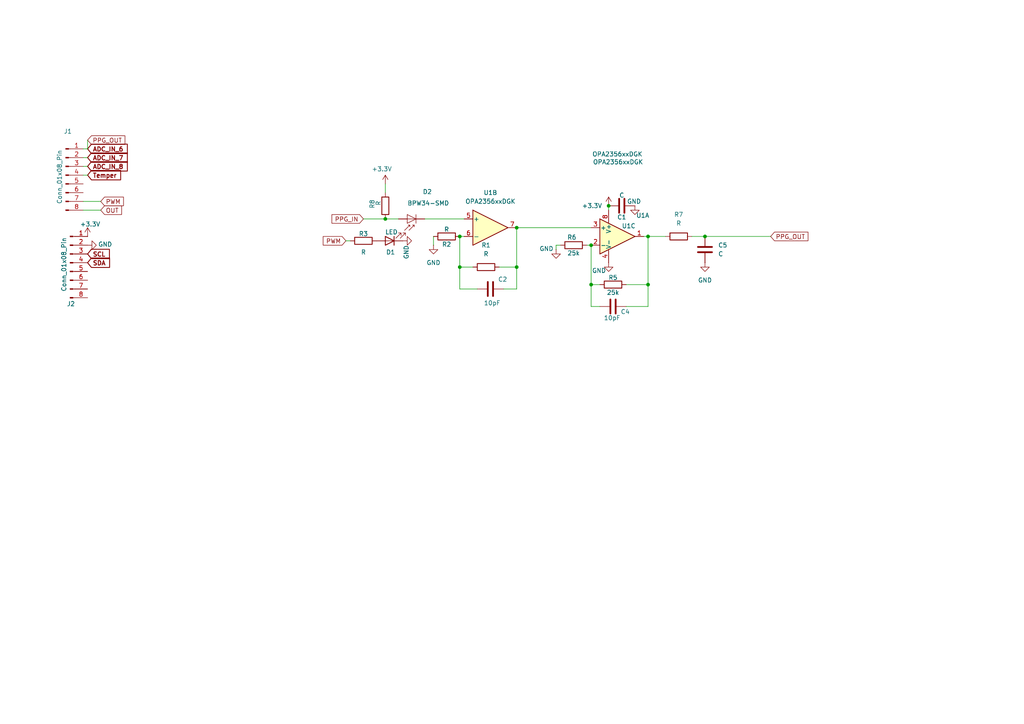
<source format=kicad_sch>
(kicad_sch
	(version 20231120)
	(generator "eeschema")
	(generator_version "8.0")
	(uuid "9186dc90-1c3d-478f-bfee-72dfc2ce1922")
	(paper "A4")
	(lib_symbols
		(symbol "Amplifier_Operational:OPA2356xxDGK"
			(pin_names
				(offset 0.127)
			)
			(exclude_from_sim no)
			(in_bom yes)
			(on_board yes)
			(property "Reference" "U"
				(at 0 5.08 0)
				(effects
					(font
						(size 1.27 1.27)
					)
					(justify left)
				)
			)
			(property "Value" "OPA2356xxDGK"
				(at 0 -5.08 0)
				(effects
					(font
						(size 1.27 1.27)
					)
					(justify left)
				)
			)
			(property "Footprint" ""
				(at 0 0 0)
				(effects
					(font
						(size 1.27 1.27)
					)
					(hide yes)
				)
			)
			(property "Datasheet" "http://www.ti.com/lit/ds/symlink/opa2356.pdf"
				(at 0 0 0)
				(effects
					(font
						(size 1.27 1.27)
					)
					(hide yes)
				)
			)
			(property "Description" "Dual High Speed CMOS Operational Amplifiers, VSSOP-8"
				(at 0 0 0)
				(effects
					(font
						(size 1.27 1.27)
					)
					(hide yes)
				)
			)
			(property "ki_locked" ""
				(at 0 0 0)
				(effects
					(font
						(size 1.27 1.27)
					)
				)
			)
			(property "ki_keywords" "dual opamp"
				(at 0 0 0)
				(effects
					(font
						(size 1.27 1.27)
					)
					(hide yes)
				)
			)
			(property "ki_fp_filters" "SOIC*3.9x4.9mm*P1.27mm* DIP*W7.62mm* TO*99* OnSemi*Micro8* TSSOP*3x3mm*P0.65mm* TSSOP*4.4x3mm*P0.65mm* MSOP*3x3mm*P0.65mm* SSOP*3.9x4.9mm*P0.635mm* LFCSP*2x2mm*P0.5mm* *SIP* SOIC*5.3x6.2mm*P1.27mm*"
				(at 0 0 0)
				(effects
					(font
						(size 1.27 1.27)
					)
					(hide yes)
				)
			)
			(symbol "OPA2356xxDGK_1_1"
				(polyline
					(pts
						(xy -5.08 5.08) (xy 5.08 0) (xy -5.08 -5.08) (xy -5.08 5.08)
					)
					(stroke
						(width 0.254)
						(type default)
					)
					(fill
						(type background)
					)
				)
				(pin output line
					(at 7.62 0 180)
					(length 2.54)
					(name "~"
						(effects
							(font
								(size 1.27 1.27)
							)
						)
					)
					(number "1"
						(effects
							(font
								(size 1.27 1.27)
							)
						)
					)
				)
				(pin input line
					(at -7.62 -2.54 0)
					(length 2.54)
					(name "-"
						(effects
							(font
								(size 1.27 1.27)
							)
						)
					)
					(number "2"
						(effects
							(font
								(size 1.27 1.27)
							)
						)
					)
				)
				(pin input line
					(at -7.62 2.54 0)
					(length 2.54)
					(name "+"
						(effects
							(font
								(size 1.27 1.27)
							)
						)
					)
					(number "3"
						(effects
							(font
								(size 1.27 1.27)
							)
						)
					)
				)
			)
			(symbol "OPA2356xxDGK_2_1"
				(polyline
					(pts
						(xy -5.08 5.08) (xy 5.08 0) (xy -5.08 -5.08) (xy -5.08 5.08)
					)
					(stroke
						(width 0.254)
						(type default)
					)
					(fill
						(type background)
					)
				)
				(pin input line
					(at -7.62 2.54 0)
					(length 2.54)
					(name "+"
						(effects
							(font
								(size 1.27 1.27)
							)
						)
					)
					(number "5"
						(effects
							(font
								(size 1.27 1.27)
							)
						)
					)
				)
				(pin input line
					(at -7.62 -2.54 0)
					(length 2.54)
					(name "-"
						(effects
							(font
								(size 1.27 1.27)
							)
						)
					)
					(number "6"
						(effects
							(font
								(size 1.27 1.27)
							)
						)
					)
				)
				(pin output line
					(at 7.62 0 180)
					(length 2.54)
					(name "~"
						(effects
							(font
								(size 1.27 1.27)
							)
						)
					)
					(number "7"
						(effects
							(font
								(size 1.27 1.27)
							)
						)
					)
				)
			)
			(symbol "OPA2356xxDGK_3_1"
				(pin power_in line
					(at -2.54 -7.62 90)
					(length 3.81)
					(name "V-"
						(effects
							(font
								(size 1.27 1.27)
							)
						)
					)
					(number "4"
						(effects
							(font
								(size 1.27 1.27)
							)
						)
					)
				)
				(pin power_in line
					(at -2.54 7.62 270)
					(length 3.81)
					(name "V+"
						(effects
							(font
								(size 1.27 1.27)
							)
						)
					)
					(number "8"
						(effects
							(font
								(size 1.27 1.27)
							)
						)
					)
				)
			)
		)
		(symbol "Connector:Conn_01x08_Pin"
			(pin_names
				(offset 1.016) hide)
			(exclude_from_sim no)
			(in_bom yes)
			(on_board yes)
			(property "Reference" "J"
				(at 0 10.16 0)
				(effects
					(font
						(size 1.27 1.27)
					)
				)
			)
			(property "Value" "Conn_01x08_Pin"
				(at 0 -12.7 0)
				(effects
					(font
						(size 1.27 1.27)
					)
				)
			)
			(property "Footprint" ""
				(at 0 0 0)
				(effects
					(font
						(size 1.27 1.27)
					)
					(hide yes)
				)
			)
			(property "Datasheet" "~"
				(at 0 0 0)
				(effects
					(font
						(size 1.27 1.27)
					)
					(hide yes)
				)
			)
			(property "Description" "Generic connector, single row, 01x08, script generated"
				(at 0 0 0)
				(effects
					(font
						(size 1.27 1.27)
					)
					(hide yes)
				)
			)
			(property "ki_locked" ""
				(at 0 0 0)
				(effects
					(font
						(size 1.27 1.27)
					)
				)
			)
			(property "ki_keywords" "connector"
				(at 0 0 0)
				(effects
					(font
						(size 1.27 1.27)
					)
					(hide yes)
				)
			)
			(property "ki_fp_filters" "Connector*:*_1x??_*"
				(at 0 0 0)
				(effects
					(font
						(size 1.27 1.27)
					)
					(hide yes)
				)
			)
			(symbol "Conn_01x08_Pin_1_1"
				(polyline
					(pts
						(xy 1.27 -10.16) (xy 0.8636 -10.16)
					)
					(stroke
						(width 0.1524)
						(type default)
					)
					(fill
						(type none)
					)
				)
				(polyline
					(pts
						(xy 1.27 -7.62) (xy 0.8636 -7.62)
					)
					(stroke
						(width 0.1524)
						(type default)
					)
					(fill
						(type none)
					)
				)
				(polyline
					(pts
						(xy 1.27 -5.08) (xy 0.8636 -5.08)
					)
					(stroke
						(width 0.1524)
						(type default)
					)
					(fill
						(type none)
					)
				)
				(polyline
					(pts
						(xy 1.27 -2.54) (xy 0.8636 -2.54)
					)
					(stroke
						(width 0.1524)
						(type default)
					)
					(fill
						(type none)
					)
				)
				(polyline
					(pts
						(xy 1.27 0) (xy 0.8636 0)
					)
					(stroke
						(width 0.1524)
						(type default)
					)
					(fill
						(type none)
					)
				)
				(polyline
					(pts
						(xy 1.27 2.54) (xy 0.8636 2.54)
					)
					(stroke
						(width 0.1524)
						(type default)
					)
					(fill
						(type none)
					)
				)
				(polyline
					(pts
						(xy 1.27 5.08) (xy 0.8636 5.08)
					)
					(stroke
						(width 0.1524)
						(type default)
					)
					(fill
						(type none)
					)
				)
				(polyline
					(pts
						(xy 1.27 7.62) (xy 0.8636 7.62)
					)
					(stroke
						(width 0.1524)
						(type default)
					)
					(fill
						(type none)
					)
				)
				(rectangle
					(start 0.8636 -10.033)
					(end 0 -10.287)
					(stroke
						(width 0.1524)
						(type default)
					)
					(fill
						(type outline)
					)
				)
				(rectangle
					(start 0.8636 -7.493)
					(end 0 -7.747)
					(stroke
						(width 0.1524)
						(type default)
					)
					(fill
						(type outline)
					)
				)
				(rectangle
					(start 0.8636 -4.953)
					(end 0 -5.207)
					(stroke
						(width 0.1524)
						(type default)
					)
					(fill
						(type outline)
					)
				)
				(rectangle
					(start 0.8636 -2.413)
					(end 0 -2.667)
					(stroke
						(width 0.1524)
						(type default)
					)
					(fill
						(type outline)
					)
				)
				(rectangle
					(start 0.8636 0.127)
					(end 0 -0.127)
					(stroke
						(width 0.1524)
						(type default)
					)
					(fill
						(type outline)
					)
				)
				(rectangle
					(start 0.8636 2.667)
					(end 0 2.413)
					(stroke
						(width 0.1524)
						(type default)
					)
					(fill
						(type outline)
					)
				)
				(rectangle
					(start 0.8636 5.207)
					(end 0 4.953)
					(stroke
						(width 0.1524)
						(type default)
					)
					(fill
						(type outline)
					)
				)
				(rectangle
					(start 0.8636 7.747)
					(end 0 7.493)
					(stroke
						(width 0.1524)
						(type default)
					)
					(fill
						(type outline)
					)
				)
				(pin passive line
					(at 5.08 7.62 180)
					(length 3.81)
					(name "Pin_1"
						(effects
							(font
								(size 1.27 1.27)
							)
						)
					)
					(number "1"
						(effects
							(font
								(size 1.27 1.27)
							)
						)
					)
				)
				(pin passive line
					(at 5.08 5.08 180)
					(length 3.81)
					(name "Pin_2"
						(effects
							(font
								(size 1.27 1.27)
							)
						)
					)
					(number "2"
						(effects
							(font
								(size 1.27 1.27)
							)
						)
					)
				)
				(pin passive line
					(at 5.08 2.54 180)
					(length 3.81)
					(name "Pin_3"
						(effects
							(font
								(size 1.27 1.27)
							)
						)
					)
					(number "3"
						(effects
							(font
								(size 1.27 1.27)
							)
						)
					)
				)
				(pin passive line
					(at 5.08 0 180)
					(length 3.81)
					(name "Pin_4"
						(effects
							(font
								(size 1.27 1.27)
							)
						)
					)
					(number "4"
						(effects
							(font
								(size 1.27 1.27)
							)
						)
					)
				)
				(pin passive line
					(at 5.08 -2.54 180)
					(length 3.81)
					(name "Pin_5"
						(effects
							(font
								(size 1.27 1.27)
							)
						)
					)
					(number "5"
						(effects
							(font
								(size 1.27 1.27)
							)
						)
					)
				)
				(pin passive line
					(at 5.08 -5.08 180)
					(length 3.81)
					(name "Pin_6"
						(effects
							(font
								(size 1.27 1.27)
							)
						)
					)
					(number "6"
						(effects
							(font
								(size 1.27 1.27)
							)
						)
					)
				)
				(pin passive line
					(at 5.08 -7.62 180)
					(length 3.81)
					(name "Pin_7"
						(effects
							(font
								(size 1.27 1.27)
							)
						)
					)
					(number "7"
						(effects
							(font
								(size 1.27 1.27)
							)
						)
					)
				)
				(pin passive line
					(at 5.08 -10.16 180)
					(length 3.81)
					(name "Pin_8"
						(effects
							(font
								(size 1.27 1.27)
							)
						)
					)
					(number "8"
						(effects
							(font
								(size 1.27 1.27)
							)
						)
					)
				)
			)
		)
		(symbol "Device:C"
			(pin_numbers hide)
			(pin_names
				(offset 0.254)
			)
			(exclude_from_sim no)
			(in_bom yes)
			(on_board yes)
			(property "Reference" "C"
				(at 0.635 2.54 0)
				(effects
					(font
						(size 1.27 1.27)
					)
					(justify left)
				)
			)
			(property "Value" "C"
				(at 0.635 -2.54 0)
				(effects
					(font
						(size 1.27 1.27)
					)
					(justify left)
				)
			)
			(property "Footprint" ""
				(at 0.9652 -3.81 0)
				(effects
					(font
						(size 1.27 1.27)
					)
					(hide yes)
				)
			)
			(property "Datasheet" "~"
				(at 0 0 0)
				(effects
					(font
						(size 1.27 1.27)
					)
					(hide yes)
				)
			)
			(property "Description" "Unpolarized capacitor"
				(at 0 0 0)
				(effects
					(font
						(size 1.27 1.27)
					)
					(hide yes)
				)
			)
			(property "ki_keywords" "cap capacitor"
				(at 0 0 0)
				(effects
					(font
						(size 1.27 1.27)
					)
					(hide yes)
				)
			)
			(property "ki_fp_filters" "C_*"
				(at 0 0 0)
				(effects
					(font
						(size 1.27 1.27)
					)
					(hide yes)
				)
			)
			(symbol "C_0_1"
				(polyline
					(pts
						(xy -2.032 -0.762) (xy 2.032 -0.762)
					)
					(stroke
						(width 0.508)
						(type default)
					)
					(fill
						(type none)
					)
				)
				(polyline
					(pts
						(xy -2.032 0.762) (xy 2.032 0.762)
					)
					(stroke
						(width 0.508)
						(type default)
					)
					(fill
						(type none)
					)
				)
			)
			(symbol "C_1_1"
				(pin passive line
					(at 0 3.81 270)
					(length 2.794)
					(name "~"
						(effects
							(font
								(size 1.27 1.27)
							)
						)
					)
					(number "1"
						(effects
							(font
								(size 1.27 1.27)
							)
						)
					)
				)
				(pin passive line
					(at 0 -3.81 90)
					(length 2.794)
					(name "~"
						(effects
							(font
								(size 1.27 1.27)
							)
						)
					)
					(number "2"
						(effects
							(font
								(size 1.27 1.27)
							)
						)
					)
				)
			)
		)
		(symbol "Device:LED"
			(pin_numbers hide)
			(pin_names
				(offset 1.016) hide)
			(exclude_from_sim no)
			(in_bom yes)
			(on_board yes)
			(property "Reference" "D"
				(at 0 2.54 0)
				(effects
					(font
						(size 1.27 1.27)
					)
				)
			)
			(property "Value" "LED"
				(at 0 -2.54 0)
				(effects
					(font
						(size 1.27 1.27)
					)
				)
			)
			(property "Footprint" ""
				(at 0 0 0)
				(effects
					(font
						(size 1.27 1.27)
					)
					(hide yes)
				)
			)
			(property "Datasheet" "~"
				(at 0 0 0)
				(effects
					(font
						(size 1.27 1.27)
					)
					(hide yes)
				)
			)
			(property "Description" "Light emitting diode"
				(at 0 0 0)
				(effects
					(font
						(size 1.27 1.27)
					)
					(hide yes)
				)
			)
			(property "ki_keywords" "LED diode"
				(at 0 0 0)
				(effects
					(font
						(size 1.27 1.27)
					)
					(hide yes)
				)
			)
			(property "ki_fp_filters" "LED* LED_SMD:* LED_THT:*"
				(at 0 0 0)
				(effects
					(font
						(size 1.27 1.27)
					)
					(hide yes)
				)
			)
			(symbol "LED_0_1"
				(polyline
					(pts
						(xy -1.27 -1.27) (xy -1.27 1.27)
					)
					(stroke
						(width 0.254)
						(type default)
					)
					(fill
						(type none)
					)
				)
				(polyline
					(pts
						(xy -1.27 0) (xy 1.27 0)
					)
					(stroke
						(width 0)
						(type default)
					)
					(fill
						(type none)
					)
				)
				(polyline
					(pts
						(xy 1.27 -1.27) (xy 1.27 1.27) (xy -1.27 0) (xy 1.27 -1.27)
					)
					(stroke
						(width 0.254)
						(type default)
					)
					(fill
						(type none)
					)
				)
				(polyline
					(pts
						(xy -3.048 -0.762) (xy -4.572 -2.286) (xy -3.81 -2.286) (xy -4.572 -2.286) (xy -4.572 -1.524)
					)
					(stroke
						(width 0)
						(type default)
					)
					(fill
						(type none)
					)
				)
				(polyline
					(pts
						(xy -1.778 -0.762) (xy -3.302 -2.286) (xy -2.54 -2.286) (xy -3.302 -2.286) (xy -3.302 -1.524)
					)
					(stroke
						(width 0)
						(type default)
					)
					(fill
						(type none)
					)
				)
			)
			(symbol "LED_1_1"
				(pin passive line
					(at -3.81 0 0)
					(length 2.54)
					(name "K"
						(effects
							(font
								(size 1.27 1.27)
							)
						)
					)
					(number "1"
						(effects
							(font
								(size 1.27 1.27)
							)
						)
					)
				)
				(pin passive line
					(at 3.81 0 180)
					(length 2.54)
					(name "A"
						(effects
							(font
								(size 1.27 1.27)
							)
						)
					)
					(number "2"
						(effects
							(font
								(size 1.27 1.27)
							)
						)
					)
				)
			)
		)
		(symbol "Device:R"
			(pin_numbers hide)
			(pin_names
				(offset 0)
			)
			(exclude_from_sim no)
			(in_bom yes)
			(on_board yes)
			(property "Reference" "R"
				(at 2.032 0 90)
				(effects
					(font
						(size 1.27 1.27)
					)
				)
			)
			(property "Value" "R"
				(at 0 0 90)
				(effects
					(font
						(size 1.27 1.27)
					)
				)
			)
			(property "Footprint" ""
				(at -1.778 0 90)
				(effects
					(font
						(size 1.27 1.27)
					)
					(hide yes)
				)
			)
			(property "Datasheet" "~"
				(at 0 0 0)
				(effects
					(font
						(size 1.27 1.27)
					)
					(hide yes)
				)
			)
			(property "Description" "Resistor"
				(at 0 0 0)
				(effects
					(font
						(size 1.27 1.27)
					)
					(hide yes)
				)
			)
			(property "ki_keywords" "R res resistor"
				(at 0 0 0)
				(effects
					(font
						(size 1.27 1.27)
					)
					(hide yes)
				)
			)
			(property "ki_fp_filters" "R_*"
				(at 0 0 0)
				(effects
					(font
						(size 1.27 1.27)
					)
					(hide yes)
				)
			)
			(symbol "R_0_1"
				(rectangle
					(start -1.016 -2.54)
					(end 1.016 2.54)
					(stroke
						(width 0.254)
						(type default)
					)
					(fill
						(type none)
					)
				)
			)
			(symbol "R_1_1"
				(pin passive line
					(at 0 3.81 270)
					(length 1.27)
					(name "~"
						(effects
							(font
								(size 1.27 1.27)
							)
						)
					)
					(number "1"
						(effects
							(font
								(size 1.27 1.27)
							)
						)
					)
				)
				(pin passive line
					(at 0 -3.81 90)
					(length 1.27)
					(name "~"
						(effects
							(font
								(size 1.27 1.27)
							)
						)
					)
					(number "2"
						(effects
							(font
								(size 1.27 1.27)
							)
						)
					)
				)
			)
		)
		(symbol "Sensor_Optical:BPW34-SMD"
			(pin_numbers hide)
			(pin_names
				(offset 1.016) hide)
			(exclude_from_sim no)
			(in_bom yes)
			(on_board yes)
			(property "Reference" "D"
				(at 0.508 1.778 0)
				(effects
					(font
						(size 1.27 1.27)
					)
					(justify left)
				)
			)
			(property "Value" "BPW34-SMD"
				(at -1.016 -2.794 0)
				(effects
					(font
						(size 1.27 1.27)
					)
				)
			)
			(property "Footprint" "OptoDevice:Osram_BPW34S-SMD"
				(at 0 4.445 0)
				(effects
					(font
						(size 1.27 1.27)
					)
					(hide yes)
				)
			)
			(property "Datasheet" "https://dammedia.osram.info/media/resource/hires/osram-dam-5488319/BPW%2034%20S_EN.pdf"
				(at -1.27 0 0)
				(effects
					(font
						(size 1.27 1.27)
					)
					(hide yes)
				)
			)
			(property "Description" "Silicon PIN Photodiode, Area 2.65x2.65mm"
				(at 0 0 0)
				(effects
					(font
						(size 1.27 1.27)
					)
					(hide yes)
				)
			)
			(property "ki_keywords" "opto photodiode"
				(at 0 0 0)
				(effects
					(font
						(size 1.27 1.27)
					)
					(hide yes)
				)
			)
			(property "ki_fp_filters" "Osram*BPW34S*"
				(at 0 0 0)
				(effects
					(font
						(size 1.27 1.27)
					)
					(hide yes)
				)
			)
			(symbol "BPW34-SMD_0_1"
				(polyline
					(pts
						(xy -2.54 1.27) (xy -2.54 -1.27)
					)
					(stroke
						(width 0.1524)
						(type default)
					)
					(fill
						(type none)
					)
				)
				(polyline
					(pts
						(xy -2.032 1.778) (xy -1.524 1.778)
					)
					(stroke
						(width 0)
						(type default)
					)
					(fill
						(type none)
					)
				)
				(polyline
					(pts
						(xy 0 -1.27) (xy 0 1.27)
					)
					(stroke
						(width 0)
						(type default)
					)
					(fill
						(type none)
					)
				)
				(polyline
					(pts
						(xy 0 0) (xy -2.54 0)
					)
					(stroke
						(width 0)
						(type default)
					)
					(fill
						(type none)
					)
				)
				(polyline
					(pts
						(xy -0.508 3.302) (xy -2.032 1.778) (xy -2.032 2.286)
					)
					(stroke
						(width 0)
						(type default)
					)
					(fill
						(type none)
					)
				)
				(polyline
					(pts
						(xy 0 1.27) (xy -2.54 0) (xy 0 -1.27)
					)
					(stroke
						(width 0)
						(type default)
					)
					(fill
						(type none)
					)
				)
				(polyline
					(pts
						(xy 0.762 3.302) (xy -0.762 1.778) (xy -0.762 2.286) (xy -0.762 1.778) (xy -0.254 1.778)
					)
					(stroke
						(width 0)
						(type default)
					)
					(fill
						(type none)
					)
				)
			)
			(symbol "BPW34-SMD_1_1"
				(pin passive line
					(at -5.08 0 0)
					(length 2.54)
					(name "K"
						(effects
							(font
								(size 1.27 1.27)
							)
						)
					)
					(number "1"
						(effects
							(font
								(size 1.27 1.27)
							)
						)
					)
				)
				(pin passive line
					(at 2.54 0 180)
					(length 2.54)
					(name "A"
						(effects
							(font
								(size 1.27 1.27)
							)
						)
					)
					(number "2"
						(effects
							(font
								(size 1.27 1.27)
							)
						)
					)
				)
			)
		)
		(symbol "power:+3.3V"
			(power)
			(pin_numbers hide)
			(pin_names
				(offset 0) hide)
			(exclude_from_sim no)
			(in_bom yes)
			(on_board yes)
			(property "Reference" "#PWR"
				(at 0 -3.81 0)
				(effects
					(font
						(size 1.27 1.27)
					)
					(hide yes)
				)
			)
			(property "Value" "+3.3V"
				(at 0 3.556 0)
				(effects
					(font
						(size 1.27 1.27)
					)
				)
			)
			(property "Footprint" ""
				(at 0 0 0)
				(effects
					(font
						(size 1.27 1.27)
					)
					(hide yes)
				)
			)
			(property "Datasheet" ""
				(at 0 0 0)
				(effects
					(font
						(size 1.27 1.27)
					)
					(hide yes)
				)
			)
			(property "Description" "Power symbol creates a global label with name \"+3.3V\""
				(at 0 0 0)
				(effects
					(font
						(size 1.27 1.27)
					)
					(hide yes)
				)
			)
			(property "ki_keywords" "global power"
				(at 0 0 0)
				(effects
					(font
						(size 1.27 1.27)
					)
					(hide yes)
				)
			)
			(symbol "+3.3V_0_1"
				(polyline
					(pts
						(xy -0.762 1.27) (xy 0 2.54)
					)
					(stroke
						(width 0)
						(type default)
					)
					(fill
						(type none)
					)
				)
				(polyline
					(pts
						(xy 0 0) (xy 0 2.54)
					)
					(stroke
						(width 0)
						(type default)
					)
					(fill
						(type none)
					)
				)
				(polyline
					(pts
						(xy 0 2.54) (xy 0.762 1.27)
					)
					(stroke
						(width 0)
						(type default)
					)
					(fill
						(type none)
					)
				)
			)
			(symbol "+3.3V_1_1"
				(pin power_in line
					(at 0 0 90)
					(length 0)
					(name "~"
						(effects
							(font
								(size 1.27 1.27)
							)
						)
					)
					(number "1"
						(effects
							(font
								(size 1.27 1.27)
							)
						)
					)
				)
			)
		)
		(symbol "power:GND"
			(power)
			(pin_numbers hide)
			(pin_names
				(offset 0) hide)
			(exclude_from_sim no)
			(in_bom yes)
			(on_board yes)
			(property "Reference" "#PWR"
				(at 0 -6.35 0)
				(effects
					(font
						(size 1.27 1.27)
					)
					(hide yes)
				)
			)
			(property "Value" "GND"
				(at 0 -3.81 0)
				(effects
					(font
						(size 1.27 1.27)
					)
				)
			)
			(property "Footprint" ""
				(at 0 0 0)
				(effects
					(font
						(size 1.27 1.27)
					)
					(hide yes)
				)
			)
			(property "Datasheet" ""
				(at 0 0 0)
				(effects
					(font
						(size 1.27 1.27)
					)
					(hide yes)
				)
			)
			(property "Description" "Power symbol creates a global label with name \"GND\" , ground"
				(at 0 0 0)
				(effects
					(font
						(size 1.27 1.27)
					)
					(hide yes)
				)
			)
			(property "ki_keywords" "global power"
				(at 0 0 0)
				(effects
					(font
						(size 1.27 1.27)
					)
					(hide yes)
				)
			)
			(symbol "GND_0_1"
				(polyline
					(pts
						(xy 0 0) (xy 0 -1.27) (xy 1.27 -1.27) (xy 0 -2.54) (xy -1.27 -1.27) (xy 0 -1.27)
					)
					(stroke
						(width 0)
						(type default)
					)
					(fill
						(type none)
					)
				)
			)
			(symbol "GND_1_1"
				(pin power_in line
					(at 0 0 270)
					(length 0)
					(name "~"
						(effects
							(font
								(size 1.27 1.27)
							)
						)
					)
					(number "1"
						(effects
							(font
								(size 1.27 1.27)
							)
						)
					)
				)
			)
		)
	)
	(junction
		(at 111.76 63.5)
		(diameter 0)
		(color 0 0 0 0)
		(uuid "06ef7e7a-4932-4a39-b975-c67808ee58d6")
	)
	(junction
		(at 149.86 77.47)
		(diameter 0)
		(color 0 0 0 0)
		(uuid "107393a2-85ec-4d59-bce4-6e71130ec83d")
	)
	(junction
		(at 187.96 82.55)
		(diameter 0)
		(color 0 0 0 0)
		(uuid "15d6862b-eee8-4b69-9476-c92278a7bb4c")
	)
	(junction
		(at 204.47 68.58)
		(diameter 0)
		(color 0 0 0 0)
		(uuid "2d81a3ae-09ca-4a72-9651-11b0e8786850")
	)
	(junction
		(at 171.45 71.12)
		(diameter 0)
		(color 0 0 0 0)
		(uuid "7ea20ae5-b459-4cb9-8022-05720c9fd62f")
	)
	(junction
		(at 187.96 68.58)
		(diameter 0)
		(color 0 0 0 0)
		(uuid "8a1a2c9f-7691-497c-98dc-4b3f2772ddd1")
	)
	(junction
		(at 176.53 59.69)
		(diameter 0)
		(color 0 0 0 0)
		(uuid "92e7740c-93f9-46b3-aaaa-7691f6353e63")
	)
	(junction
		(at 171.45 82.55)
		(diameter 0)
		(color 0 0 0 0)
		(uuid "d7941f69-182d-4da6-aff9-bdcb2f0dba7b")
	)
	(junction
		(at 149.86 66.04)
		(diameter 0)
		(color 0 0 0 0)
		(uuid "d7c6940f-fde0-4bce-be80-d43dc103d4c1")
	)
	(junction
		(at 133.35 77.47)
		(diameter 0)
		(color 0 0 0 0)
		(uuid "e0c4168b-1324-41f6-8156-e4539b85244a")
	)
	(junction
		(at 133.35 68.58)
		(diameter 0)
		(color 0 0 0 0)
		(uuid "f9345d16-cc3a-471a-99d5-d6d6ffa64ff2")
	)
	(wire
		(pts
			(xy 187.96 68.58) (xy 193.04 68.58)
		)
		(stroke
			(width 0)
			(type default)
		)
		(uuid "079fd607-4045-4f46-b339-a169e1db433b")
	)
	(wire
		(pts
			(xy 25.4 45.72) (xy 24.13 45.72)
		)
		(stroke
			(width 0)
			(type default)
		)
		(uuid "07b609f3-2923-4f6d-bb8d-d85f65f743b3")
	)
	(wire
		(pts
			(xy 25.4 48.26) (xy 24.13 48.26)
		)
		(stroke
			(width 0)
			(type default)
		)
		(uuid "0ed24616-ad53-4ead-b365-c42cfe180178")
	)
	(wire
		(pts
			(xy 133.35 68.58) (xy 134.62 68.58)
		)
		(stroke
			(width 0)
			(type default)
		)
		(uuid "157192e4-31f6-4d65-ac8e-ba3cf9d5f247")
	)
	(wire
		(pts
			(xy 100.33 69.85) (xy 101.6 69.85)
		)
		(stroke
			(width 0)
			(type default)
		)
		(uuid "1934f84f-42d5-4aea-a1db-3976faa4fdca")
	)
	(wire
		(pts
			(xy 144.78 77.47) (xy 149.86 77.47)
		)
		(stroke
			(width 0)
			(type default)
		)
		(uuid "1e9ff05c-a05f-4f4c-a89d-d26536e8068b")
	)
	(wire
		(pts
			(xy 105.41 63.5) (xy 111.76 63.5)
		)
		(stroke
			(width 0)
			(type default)
		)
		(uuid "2e11c398-b71f-4e95-a635-fba9b5510d69")
	)
	(wire
		(pts
			(xy 171.45 82.55) (xy 171.45 88.9)
		)
		(stroke
			(width 0)
			(type default)
		)
		(uuid "376fc5c4-505e-48d0-a9c0-cbda5828e775")
	)
	(wire
		(pts
			(xy 25.4 40.64) (xy 25.4 43.18)
		)
		(stroke
			(width 0)
			(type default)
		)
		(uuid "3ea2b230-9c2c-4f64-933e-f4ccff5ca132")
	)
	(wire
		(pts
			(xy 173.99 82.55) (xy 171.45 82.55)
		)
		(stroke
			(width 0)
			(type default)
		)
		(uuid "46e3c604-875d-4b2d-bd39-3e2e0ce88560")
	)
	(wire
		(pts
			(xy 24.13 43.18) (xy 25.4 43.18)
		)
		(stroke
			(width 0)
			(type default)
		)
		(uuid "4f68d4ae-2544-47d9-946c-152f65403ccd")
	)
	(wire
		(pts
			(xy 29.21 60.96) (xy 24.13 60.96)
		)
		(stroke
			(width 0)
			(type default)
		)
		(uuid "58eec2f7-b659-4978-b29b-20fc225fd6a1")
	)
	(wire
		(pts
			(xy 149.86 83.82) (xy 149.86 77.47)
		)
		(stroke
			(width 0)
			(type default)
		)
		(uuid "5c09489a-026e-459a-bfec-94c2ad044741")
	)
	(wire
		(pts
			(xy 149.86 66.04) (xy 171.45 66.04)
		)
		(stroke
			(width 0)
			(type default)
		)
		(uuid "5e85d770-3519-410f-9bee-92acd48c1e24")
	)
	(wire
		(pts
			(xy 123.19 63.5) (xy 134.62 63.5)
		)
		(stroke
			(width 0)
			(type default)
		)
		(uuid "60d77bb3-dc18-49e3-99f5-fc0b5cb47868")
	)
	(wire
		(pts
			(xy 171.45 71.12) (xy 171.45 82.55)
		)
		(stroke
			(width 0)
			(type default)
		)
		(uuid "66b49eb4-295e-47d2-9602-4b1c06c99b26")
	)
	(wire
		(pts
			(xy 25.4 50.8) (xy 24.13 50.8)
		)
		(stroke
			(width 0)
			(type default)
		)
		(uuid "6726e711-3d31-4cde-bfcb-7f5c244fbfb7")
	)
	(wire
		(pts
			(xy 170.18 71.12) (xy 171.45 71.12)
		)
		(stroke
			(width 0)
			(type default)
		)
		(uuid "70c43564-4ecf-464b-b392-6b9f342ab409")
	)
	(wire
		(pts
			(xy 204.47 68.58) (xy 223.52 68.58)
		)
		(stroke
			(width 0)
			(type default)
		)
		(uuid "72338edf-f1e2-4edc-920c-e929f095297d")
	)
	(wire
		(pts
			(xy 111.76 53.34) (xy 111.76 55.88)
		)
		(stroke
			(width 0)
			(type default)
		)
		(uuid "78e383fd-65c0-4a3a-b75d-e50c2619d208")
	)
	(wire
		(pts
			(xy 29.21 58.42) (xy 24.13 58.42)
		)
		(stroke
			(width 0)
			(type default)
		)
		(uuid "796c46db-6d87-4d87-ad7f-6757acbe2b8b")
	)
	(wire
		(pts
			(xy 133.35 68.58) (xy 133.35 77.47)
		)
		(stroke
			(width 0)
			(type default)
		)
		(uuid "8569976e-043d-4621-82df-1551f8fb5aad")
	)
	(wire
		(pts
			(xy 125.73 71.12) (xy 125.73 68.58)
		)
		(stroke
			(width 0)
			(type default)
		)
		(uuid "8c21eeaf-b860-4c8c-9629-f64225f7987d")
	)
	(wire
		(pts
			(xy 133.35 77.47) (xy 137.16 77.47)
		)
		(stroke
			(width 0)
			(type default)
		)
		(uuid "928a5dd0-3854-41f8-90dc-d9ff59f322e5")
	)
	(wire
		(pts
			(xy 187.96 68.58) (xy 187.96 82.55)
		)
		(stroke
			(width 0)
			(type default)
		)
		(uuid "992d4a01-f598-4baa-b82e-1f82719a68f6")
	)
	(wire
		(pts
			(xy 111.76 63.5) (xy 115.57 63.5)
		)
		(stroke
			(width 0)
			(type default)
		)
		(uuid "9b49ce2b-384a-4e1f-8f7c-2d8962c72f4f")
	)
	(wire
		(pts
			(xy 181.61 88.9) (xy 187.96 88.9)
		)
		(stroke
			(width 0)
			(type default)
		)
		(uuid "9b52757c-8d59-44e8-9694-fa90cd086651")
	)
	(wire
		(pts
			(xy 149.86 66.04) (xy 149.86 77.47)
		)
		(stroke
			(width 0)
			(type default)
		)
		(uuid "a440dc5a-d7a3-47a6-a3ca-bf0644855da2")
	)
	(wire
		(pts
			(xy 200.66 68.58) (xy 204.47 68.58)
		)
		(stroke
			(width 0)
			(type default)
		)
		(uuid "b87e7ed6-cffb-40aa-9766-6369dfe338b5")
	)
	(wire
		(pts
			(xy 173.99 88.9) (xy 171.45 88.9)
		)
		(stroke
			(width 0)
			(type default)
		)
		(uuid "ba06bf9e-e1af-4585-81b4-0460c136603c")
	)
	(wire
		(pts
			(xy 161.29 71.12) (xy 162.56 71.12)
		)
		(stroke
			(width 0)
			(type default)
		)
		(uuid "bc5ad7c1-ab9d-4483-92ed-b12adb7fab0a")
	)
	(wire
		(pts
			(xy 186.69 68.58) (xy 187.96 68.58)
		)
		(stroke
			(width 0)
			(type default)
		)
		(uuid "c013bb34-8de6-4f33-83f8-cc5985c6f623")
	)
	(wire
		(pts
			(xy 187.96 88.9) (xy 187.96 82.55)
		)
		(stroke
			(width 0)
			(type default)
		)
		(uuid "cba566c6-7b17-45d1-b698-0aede1b62e47")
	)
	(wire
		(pts
			(xy 146.05 83.82) (xy 149.86 83.82)
		)
		(stroke
			(width 0)
			(type default)
		)
		(uuid "d4371e26-4edc-4d06-b577-4ea60be11716")
	)
	(wire
		(pts
			(xy 133.35 77.47) (xy 133.35 83.82)
		)
		(stroke
			(width 0)
			(type default)
		)
		(uuid "d99e8fe5-be32-42b6-9327-dcc51ab6c2e8")
	)
	(wire
		(pts
			(xy 133.35 83.82) (xy 138.43 83.82)
		)
		(stroke
			(width 0)
			(type default)
		)
		(uuid "e223c287-ccc8-49ae-9973-801ef4e1fb76")
	)
	(wire
		(pts
			(xy 181.61 82.55) (xy 187.96 82.55)
		)
		(stroke
			(width 0)
			(type default)
		)
		(uuid "e240c1db-2a4a-4eeb-96fb-60d1967756a0")
	)
	(wire
		(pts
			(xy 176.53 59.69) (xy 176.53 60.96)
		)
		(stroke
			(width 0)
			(type default)
		)
		(uuid "ea56dea0-c49b-4999-a3b9-fb4986e4c586")
	)
	(wire
		(pts
			(xy 161.29 72.39) (xy 161.29 71.12)
		)
		(stroke
			(width 0)
			(type default)
		)
		(uuid "fbfb9dab-b2c6-49e9-a64a-155ac6f9b7ea")
	)
	(global_label "Temper"
		(shape input)
		(at 25.4 50.8 0)
		(fields_autoplaced yes)
		(effects
			(font
				(size 1.27 1.27)
				(bold yes)
			)
			(justify left)
		)
		(uuid "40ad6565-76bf-4eab-bd70-24acaed42a70")
		(property "Intersheetrefs" "${INTERSHEET_REFS}"
			(at 35.6345 50.8 0)
			(effects
				(font
					(size 1.27 1.27)
				)
				(justify left)
				(hide yes)
			)
		)
	)
	(global_label "ADC_IN_7"
		(shape input)
		(at 25.4 45.72 0)
		(fields_autoplaced yes)
		(effects
			(font
				(size 1.27 1.27)
				(bold yes)
			)
			(justify left)
		)
		(uuid "4f430d69-01f4-4652-9494-9ad48cef13fc")
		(property "Intersheetrefs" "${INTERSHEET_REFS}"
			(at 37.5698 45.72 0)
			(effects
				(font
					(size 1.27 1.27)
				)
				(justify left)
				(hide yes)
			)
		)
	)
	(global_label "PWM"
		(shape input)
		(at 29.21 58.42 0)
		(fields_autoplaced yes)
		(effects
			(font
				(size 1.27 1.27)
			)
			(justify left)
		)
		(uuid "4fdb8595-6b2f-4e55-b500-1bb2a4a92f15")
		(property "Intersheetrefs" "${INTERSHEET_REFS}"
			(at 36.368 58.42 0)
			(effects
				(font
					(size 1.27 1.27)
				)
				(justify left)
				(hide yes)
			)
		)
	)
	(global_label "PWM"
		(shape input)
		(at 100.33 69.85 180)
		(fields_autoplaced yes)
		(effects
			(font
				(size 1.27 1.27)
			)
			(justify right)
		)
		(uuid "6014d0ca-6166-4c1e-9044-1ed2b58ae4a0")
		(property "Intersheetrefs" "${INTERSHEET_REFS}"
			(at 93.172 69.85 0)
			(effects
				(font
					(size 1.27 1.27)
				)
				(justify right)
				(hide yes)
			)
		)
	)
	(global_label "SDA"
		(shape input)
		(at 25.4 76.2 0)
		(fields_autoplaced yes)
		(effects
			(font
				(size 1.27 1.27)
				(bold yes)
			)
			(justify left)
		)
		(uuid "6a69b64a-5ae8-44f7-a423-1b79d1013ee7")
		(property "Intersheetrefs" "${INTERSHEET_REFS}"
			(at 32.4293 76.2 0)
			(effects
				(font
					(size 1.27 1.27)
				)
				(justify left)
				(hide yes)
			)
		)
	)
	(global_label "PPG_IN"
		(shape input)
		(at 105.41 63.5 180)
		(fields_autoplaced yes)
		(effects
			(font
				(size 1.27 1.27)
			)
			(justify right)
		)
		(uuid "841d231c-a9d1-49aa-ad4f-3568dbd8514e")
		(property "Intersheetrefs" "${INTERSHEET_REFS}"
			(at 95.7119 63.5 0)
			(effects
				(font
					(size 1.27 1.27)
				)
				(justify right)
				(hide yes)
			)
		)
	)
	(global_label "PPG_OUT"
		(shape input)
		(at 223.52 68.58 0)
		(fields_autoplaced yes)
		(effects
			(font
				(size 1.27 1.27)
			)
			(justify left)
		)
		(uuid "baac05c7-28b4-4325-a74e-e71375173679")
		(property "Intersheetrefs" "${INTERSHEET_REFS}"
			(at 234.9114 68.58 0)
			(effects
				(font
					(size 1.27 1.27)
				)
				(justify left)
				(hide yes)
			)
		)
	)
	(global_label "OUT"
		(shape input)
		(at 29.21 60.96 0)
		(fields_autoplaced yes)
		(effects
			(font
				(size 1.27 1.27)
			)
			(justify left)
		)
		(uuid "c395406e-4b7a-4ab6-bafc-c3abeb9cd124")
		(property "Intersheetrefs" "${INTERSHEET_REFS}"
			(at 35.8238 60.96 0)
			(effects
				(font
					(size 1.27 1.27)
				)
				(justify left)
				(hide yes)
			)
		)
	)
	(global_label "ADC_IN_8"
		(shape input)
		(at 25.4 48.26 0)
		(fields_autoplaced yes)
		(effects
			(font
				(size 1.27 1.27)
				(bold yes)
			)
			(justify left)
		)
		(uuid "d9dee90f-eb31-444e-8466-60c0d055c852")
		(property "Intersheetrefs" "${INTERSHEET_REFS}"
			(at 37.5698 48.26 0)
			(effects
				(font
					(size 1.27 1.27)
				)
				(justify left)
				(hide yes)
			)
		)
	)
	(global_label "PPG_OUT"
		(shape input)
		(at 25.4 40.64 0)
		(fields_autoplaced yes)
		(effects
			(font
				(size 1.27 1.27)
			)
			(justify left)
		)
		(uuid "eef47351-ce4c-4ff7-a96a-936887350dc6")
		(property "Intersheetrefs" "${INTERSHEET_REFS}"
			(at 36.7914 40.64 0)
			(effects
				(font
					(size 1.27 1.27)
				)
				(justify left)
				(hide yes)
			)
		)
	)
	(global_label "ADC_IN_6"
		(shape input)
		(at 25.4 43.18 0)
		(fields_autoplaced yes)
		(effects
			(font
				(size 1.27 1.27)
				(bold yes)
			)
			(justify left)
		)
		(uuid "ef11d266-d757-42a8-a356-caf1065bec4c")
		(property "Intersheetrefs" "${INTERSHEET_REFS}"
			(at 37.5698 43.18 0)
			(effects
				(font
					(size 1.27 1.27)
				)
				(justify left)
				(hide yes)
			)
		)
	)
	(global_label "SCL"
		(shape input)
		(at 25.4 73.66 0)
		(fields_autoplaced yes)
		(effects
			(font
				(size 1.27 1.27)
				(bold yes)
			)
			(justify left)
		)
		(uuid "f7cbe870-f650-472a-b1f7-c96731c95f61")
		(property "Intersheetrefs" "${INTERSHEET_REFS}"
			(at 32.3688 73.66 0)
			(effects
				(font
					(size 1.27 1.27)
				)
				(justify left)
				(hide yes)
			)
		)
	)
	(symbol
		(lib_id "power:+3.3V")
		(at 176.53 59.69 0)
		(unit 1)
		(exclude_from_sim no)
		(in_bom yes)
		(on_board yes)
		(dnp no)
		(uuid "038f3756-2471-4bdd-897b-2ff8e44ae23e")
		(property "Reference" "#PWR03"
			(at 176.53 63.5 0)
			(effects
				(font
					(size 1.27 1.27)
				)
				(hide yes)
			)
		)
		(property "Value" "+3.3V"
			(at 171.704 59.69 0)
			(effects
				(font
					(size 1.27 1.27)
				)
			)
		)
		(property "Footprint" ""
			(at 176.53 59.69 0)
			(effects
				(font
					(size 1.27 1.27)
				)
				(hide yes)
			)
		)
		(property "Datasheet" ""
			(at 176.53 59.69 0)
			(effects
				(font
					(size 1.27 1.27)
				)
				(hide yes)
			)
		)
		(property "Description" "Power symbol creates a global label with name \"+3.3V\""
			(at 176.53 59.69 0)
			(effects
				(font
					(size 1.27 1.27)
				)
				(hide yes)
			)
		)
		(pin "1"
			(uuid "95691661-29d1-4ae2-acbf-873b491986df")
		)
		(instances
			(project "PPG_MODULE"
				(path "/9186dc90-1c3d-478f-bfee-72dfc2ce1922"
					(reference "#PWR03")
					(unit 1)
				)
			)
		)
	)
	(symbol
		(lib_id "Device:R")
		(at 105.41 69.85 90)
		(unit 1)
		(exclude_from_sim no)
		(in_bom yes)
		(on_board yes)
		(dnp no)
		(uuid "0ccdeb7c-89f0-4640-8f7e-1199269b11ac")
		(property "Reference" "R3"
			(at 105.41 67.818 90)
			(effects
				(font
					(size 1.27 1.27)
				)
			)
		)
		(property "Value" "R"
			(at 105.41 73.152 90)
			(effects
				(font
					(size 1.27 1.27)
				)
			)
		)
		(property "Footprint" "Resistor_SMD:R_0603_1608Metric_Pad0.98x0.95mm_HandSolder"
			(at 105.41 71.628 90)
			(effects
				(font
					(size 1.27 1.27)
				)
				(hide yes)
			)
		)
		(property "Datasheet" "~"
			(at 105.41 69.85 0)
			(effects
				(font
					(size 1.27 1.27)
				)
				(hide yes)
			)
		)
		(property "Description" "Resistor"
			(at 105.41 69.85 0)
			(effects
				(font
					(size 1.27 1.27)
				)
				(hide yes)
			)
		)
		(pin "1"
			(uuid "164660c6-5306-44de-a2e2-59b1bf7780be")
		)
		(pin "2"
			(uuid "88a1eb2c-6f43-4c8f-adb7-e5bf92cb1a00")
		)
		(instances
			(project "PPG_MODULE"
				(path "/9186dc90-1c3d-478f-bfee-72dfc2ce1922"
					(reference "R3")
					(unit 1)
				)
			)
		)
	)
	(symbol
		(lib_id "Device:C")
		(at 180.34 59.69 90)
		(unit 1)
		(exclude_from_sim no)
		(in_bom yes)
		(on_board yes)
		(dnp no)
		(uuid "168d381c-7e0a-4bea-b29b-f29f207f5793")
		(property "Reference" "C1"
			(at 180.34 62.992 90)
			(effects
				(font
					(size 1.27 1.27)
				)
			)
		)
		(property "Value" "C"
			(at 180.34 56.642 90)
			(effects
				(font
					(size 1.27 1.27)
				)
			)
		)
		(property "Footprint" "Capacitor_SMD:C_0603_1608Metric_Pad1.08x0.95mm_HandSolder"
			(at 184.15 58.7248 0)
			(effects
				(font
					(size 1.27 1.27)
				)
				(hide yes)
			)
		)
		(property "Datasheet" "~"
			(at 180.34 59.69 0)
			(effects
				(font
					(size 1.27 1.27)
				)
				(hide yes)
			)
		)
		(property "Description" "Unpolarized capacitor"
			(at 180.34 59.69 0)
			(effects
				(font
					(size 1.27 1.27)
				)
				(hide yes)
			)
		)
		(pin "2"
			(uuid "eac4a613-c338-404d-8176-97313c9b0099")
		)
		(pin "1"
			(uuid "77a34aeb-5b8e-4513-9a4f-2c81a3a5f8d2")
		)
		(instances
			(project ""
				(path "/9186dc90-1c3d-478f-bfee-72dfc2ce1922"
					(reference "C1")
					(unit 1)
				)
			)
		)
	)
	(symbol
		(lib_id "Device:C")
		(at 142.24 83.82 270)
		(unit 1)
		(exclude_from_sim no)
		(in_bom yes)
		(on_board yes)
		(dnp no)
		(uuid "2555739c-8b10-4819-9e18-985b905d50fb")
		(property "Reference" "C2"
			(at 145.796 81.026 90)
			(effects
				(font
					(size 1.27 1.27)
				)
			)
		)
		(property "Value" "10pF"
			(at 142.748 87.884 90)
			(effects
				(font
					(size 1.27 1.27)
				)
			)
		)
		(property "Footprint" "Capacitor_SMD:C_0603_1608Metric_Pad1.08x0.95mm_HandSolder"
			(at 138.43 84.7852 0)
			(effects
				(font
					(size 1.27 1.27)
				)
				(hide yes)
			)
		)
		(property "Datasheet" "~"
			(at 142.24 83.82 0)
			(effects
				(font
					(size 1.27 1.27)
				)
				(hide yes)
			)
		)
		(property "Description" "Unpolarized capacitor"
			(at 142.24 83.82 0)
			(effects
				(font
					(size 1.27 1.27)
				)
				(hide yes)
			)
		)
		(pin "2"
			(uuid "0f4d755b-976d-4a24-8d67-1883771859a6")
		)
		(pin "1"
			(uuid "4309857d-2bfc-4571-a92c-ace392df61f9")
		)
		(instances
			(project "PPG_MODULE"
				(path "/9186dc90-1c3d-478f-bfee-72dfc2ce1922"
					(reference "C2")
					(unit 1)
				)
			)
		)
	)
	(symbol
		(lib_id "Device:R")
		(at 129.54 68.58 90)
		(unit 1)
		(exclude_from_sim no)
		(in_bom yes)
		(on_board yes)
		(dnp no)
		(uuid "2e8dc3da-5cb2-4e8d-8d4b-63387bbf2a02")
		(property "Reference" "R2"
			(at 129.54 70.866 90)
			(effects
				(font
					(size 1.27 1.27)
				)
			)
		)
		(property "Value" "R"
			(at 129.54 66.548 90)
			(effects
				(font
					(size 1.27 1.27)
				)
			)
		)
		(property "Footprint" "Resistor_SMD:R_0603_1608Metric_Pad0.98x0.95mm_HandSolder"
			(at 129.54 70.358 90)
			(effects
				(font
					(size 1.27 1.27)
				)
				(hide yes)
			)
		)
		(property "Datasheet" "~"
			(at 129.54 68.58 0)
			(effects
				(font
					(size 1.27 1.27)
				)
				(hide yes)
			)
		)
		(property "Description" "Resistor"
			(at 129.54 68.58 0)
			(effects
				(font
					(size 1.27 1.27)
				)
				(hide yes)
			)
		)
		(pin "1"
			(uuid "ce5e5fae-1646-4441-8f2f-9bd99cd9cba6")
		)
		(pin "2"
			(uuid "57917fee-3015-4985-a133-bb041bf26c2b")
		)
		(instances
			(project "PPG_MODULE"
				(path "/9186dc90-1c3d-478f-bfee-72dfc2ce1922"
					(reference "R2")
					(unit 1)
				)
			)
		)
	)
	(symbol
		(lib_id "power:GND")
		(at 176.53 76.2 0)
		(unit 1)
		(exclude_from_sim no)
		(in_bom yes)
		(on_board yes)
		(dnp no)
		(uuid "3619b387-7b33-44d5-b49d-bc3eff3d7fab")
		(property "Reference" "#PWR05"
			(at 176.53 82.55 0)
			(effects
				(font
					(size 1.27 1.27)
				)
				(hide yes)
			)
		)
		(property "Value" "GND"
			(at 173.736 78.486 0)
			(effects
				(font
					(size 1.27 1.27)
				)
			)
		)
		(property "Footprint" ""
			(at 176.53 76.2 0)
			(effects
				(font
					(size 1.27 1.27)
				)
				(hide yes)
			)
		)
		(property "Datasheet" ""
			(at 176.53 76.2 0)
			(effects
				(font
					(size 1.27 1.27)
				)
				(hide yes)
			)
		)
		(property "Description" "Power symbol creates a global label with name \"GND\" , ground"
			(at 176.53 76.2 0)
			(effects
				(font
					(size 1.27 1.27)
				)
				(hide yes)
			)
		)
		(pin "1"
			(uuid "ef1c4d76-9651-4b74-a920-d8ced5d806ae")
		)
		(instances
			(project "PPG_MODULE"
				(path "/9186dc90-1c3d-478f-bfee-72dfc2ce1922"
					(reference "#PWR05")
					(unit 1)
				)
			)
		)
	)
	(symbol
		(lib_id "Device:R")
		(at 196.85 68.58 90)
		(unit 1)
		(exclude_from_sim no)
		(in_bom yes)
		(on_board yes)
		(dnp no)
		(fields_autoplaced yes)
		(uuid "40fbe0e2-2e3a-431a-bc25-6584434946aa")
		(property "Reference" "R7"
			(at 196.85 62.23 90)
			(effects
				(font
					(size 1.27 1.27)
				)
			)
		)
		(property "Value" "R"
			(at 196.85 64.77 90)
			(effects
				(font
					(size 1.27 1.27)
				)
			)
		)
		(property "Footprint" "Resistor_SMD:R_0603_1608Metric_Pad0.98x0.95mm_HandSolder"
			(at 196.85 70.358 90)
			(effects
				(font
					(size 1.27 1.27)
				)
				(hide yes)
			)
		)
		(property "Datasheet" "~"
			(at 196.85 68.58 0)
			(effects
				(font
					(size 1.27 1.27)
				)
				(hide yes)
			)
		)
		(property "Description" "Resistor"
			(at 196.85 68.58 0)
			(effects
				(font
					(size 1.27 1.27)
				)
				(hide yes)
			)
		)
		(pin "1"
			(uuid "ce9e7cf0-ee6e-49c7-950f-f4226c72b085")
		)
		(pin "2"
			(uuid "5a5fafcb-5673-439e-a3b8-b43110cbe94d")
		)
		(instances
			(project "PPG_MODULE"
				(path "/9186dc90-1c3d-478f-bfee-72dfc2ce1922"
					(reference "R7")
					(unit 1)
				)
			)
		)
	)
	(symbol
		(lib_id "Device:C")
		(at 204.47 72.39 180)
		(unit 1)
		(exclude_from_sim no)
		(in_bom yes)
		(on_board yes)
		(dnp no)
		(fields_autoplaced yes)
		(uuid "4422d50b-9b9b-4379-b1a7-625836c01a17")
		(property "Reference" "C5"
			(at 208.28 71.1199 0)
			(effects
				(font
					(size 1.27 1.27)
				)
				(justify right)
			)
		)
		(property "Value" "C"
			(at 208.28 73.6599 0)
			(effects
				(font
					(size 1.27 1.27)
				)
				(justify right)
			)
		)
		(property "Footprint" "Capacitor_SMD:C_0603_1608Metric_Pad1.08x0.95mm_HandSolder"
			(at 203.5048 68.58 0)
			(effects
				(font
					(size 1.27 1.27)
				)
				(hide yes)
			)
		)
		(property "Datasheet" "~"
			(at 204.47 72.39 0)
			(effects
				(font
					(size 1.27 1.27)
				)
				(hide yes)
			)
		)
		(property "Description" "Unpolarized capacitor"
			(at 204.47 72.39 0)
			(effects
				(font
					(size 1.27 1.27)
				)
				(hide yes)
			)
		)
		(pin "2"
			(uuid "5990d04e-2d46-4117-8d78-aadb0e8ed6a2")
		)
		(pin "1"
			(uuid "84f9c7de-24aa-40ca-b1d6-b8cf2e66dc97")
		)
		(instances
			(project "PPG_MODULE"
				(path "/9186dc90-1c3d-478f-bfee-72dfc2ce1922"
					(reference "C5")
					(unit 1)
				)
			)
		)
	)
	(symbol
		(lib_id "Device:C")
		(at 177.8 88.9 270)
		(unit 1)
		(exclude_from_sim no)
		(in_bom yes)
		(on_board yes)
		(dnp no)
		(uuid "459d2458-ea91-4b2e-9d59-f8ddfb4cc656")
		(property "Reference" "C4"
			(at 181.356 90.424 90)
			(effects
				(font
					(size 1.27 1.27)
				)
			)
		)
		(property "Value" "10pF"
			(at 177.546 92.202 90)
			(effects
				(font
					(size 1.27 1.27)
				)
			)
		)
		(property "Footprint" "Capacitor_SMD:C_0603_1608Metric_Pad1.08x0.95mm_HandSolder"
			(at 173.99 89.8652 0)
			(effects
				(font
					(size 1.27 1.27)
				)
				(hide yes)
			)
		)
		(property "Datasheet" "~"
			(at 177.8 88.9 0)
			(effects
				(font
					(size 1.27 1.27)
				)
				(hide yes)
			)
		)
		(property "Description" "Unpolarized capacitor"
			(at 177.8 88.9 0)
			(effects
				(font
					(size 1.27 1.27)
				)
				(hide yes)
			)
		)
		(pin "2"
			(uuid "cb4d48c2-90cd-4fb0-9d77-354665512dc5")
		)
		(pin "1"
			(uuid "76370d20-be61-4b76-bb8d-86dfc485d6dc")
		)
		(instances
			(project "PPG_MODULE"
				(path "/9186dc90-1c3d-478f-bfee-72dfc2ce1922"
					(reference "C4")
					(unit 1)
				)
			)
		)
	)
	(symbol
		(lib_id "Sensor_Optical:BPW34-SMD")
		(at 118.11 63.5 180)
		(unit 1)
		(exclude_from_sim no)
		(in_bom yes)
		(on_board yes)
		(dnp no)
		(uuid "46c40c2a-7ad8-4214-ba08-09f5a0ce575d")
		(property "Reference" "D2"
			(at 123.952 55.626 0)
			(effects
				(font
					(size 1.27 1.27)
				)
			)
		)
		(property "Value" "BPW34-SMD"
			(at 124.206 58.928 0)
			(effects
				(font
					(size 1.27 1.27)
				)
			)
		)
		(property "Footprint" "OptoDevice:Osram_BPW34S-SMD"
			(at 118.11 67.945 0)
			(effects
				(font
					(size 1.27 1.27)
				)
				(hide yes)
			)
		)
		(property "Datasheet" "https://dammedia.osram.info/media/resource/hires/osram-dam-5488319/BPW%2034%20S_EN.pdf"
			(at 119.38 63.5 0)
			(effects
				(font
					(size 1.27 1.27)
				)
				(hide yes)
			)
		)
		(property "Description" "Silicon PIN Photodiode, Area 2.65x2.65mm"
			(at 118.11 63.5 0)
			(effects
				(font
					(size 1.27 1.27)
				)
				(hide yes)
			)
		)
		(pin "2"
			(uuid "92ad2652-61ec-4070-a698-f4d6fa7a2966")
		)
		(pin "1"
			(uuid "0dcfa0c1-8aac-41da-a9aa-5b20368fced5")
		)
		(instances
			(project ""
				(path "/9186dc90-1c3d-478f-bfee-72dfc2ce1922"
					(reference "D2")
					(unit 1)
				)
			)
		)
	)
	(symbol
		(lib_id "power:GND")
		(at 161.29 72.39 0)
		(unit 1)
		(exclude_from_sim no)
		(in_bom yes)
		(on_board yes)
		(dnp no)
		(uuid "4a1cd5a6-dbc7-4ef2-b093-9a5cf6d236f4")
		(property "Reference" "#PWR09"
			(at 161.29 78.74 0)
			(effects
				(font
					(size 1.27 1.27)
				)
				(hide yes)
			)
		)
		(property "Value" "GND"
			(at 158.496 72.136 0)
			(effects
				(font
					(size 1.27 1.27)
				)
			)
		)
		(property "Footprint" ""
			(at 161.29 72.39 0)
			(effects
				(font
					(size 1.27 1.27)
				)
				(hide yes)
			)
		)
		(property "Datasheet" ""
			(at 161.29 72.39 0)
			(effects
				(font
					(size 1.27 1.27)
				)
				(hide yes)
			)
		)
		(property "Description" "Power symbol creates a global label with name \"GND\" , ground"
			(at 161.29 72.39 0)
			(effects
				(font
					(size 1.27 1.27)
				)
				(hide yes)
			)
		)
		(pin "1"
			(uuid "ac33b104-f2cd-4027-b851-ee7c5f2b61c2")
		)
		(instances
			(project "PPG_MODULE"
				(path "/9186dc90-1c3d-478f-bfee-72dfc2ce1922"
					(reference "#PWR09")
					(unit 1)
				)
			)
		)
	)
	(symbol
		(lib_id "Device:LED")
		(at 113.03 69.85 180)
		(unit 1)
		(exclude_from_sim no)
		(in_bom yes)
		(on_board yes)
		(dnp no)
		(uuid "4afec159-a7b2-4a79-84b8-7128f8e80fe8")
		(property "Reference" "D1"
			(at 113.284 73.152 0)
			(effects
				(font
					(size 1.27 1.27)
				)
			)
		)
		(property "Value" "LED"
			(at 113.538 67.31 0)
			(effects
				(font
					(size 1.27 1.27)
				)
			)
		)
		(property "Footprint" "ALL_FOOTRPINTS:SFH4250S_2P9X3P4_OSR"
			(at 113.03 69.85 0)
			(effects
				(font
					(size 1.27 1.27)
				)
				(hide yes)
			)
		)
		(property "Datasheet" "~"
			(at 113.03 69.85 0)
			(effects
				(font
					(size 1.27 1.27)
				)
				(hide yes)
			)
		)
		(property "Description" "Light emitting diode"
			(at 113.03 69.85 0)
			(effects
				(font
					(size 1.27 1.27)
				)
				(hide yes)
			)
		)
		(pin "2"
			(uuid "9bb23f54-caa6-41d2-99c7-2d99ff3135c9")
		)
		(pin "1"
			(uuid "338ef602-aea9-4e22-864f-a97036957442")
		)
		(instances
			(project ""
				(path "/9186dc90-1c3d-478f-bfee-72dfc2ce1922"
					(reference "D1")
					(unit 1)
				)
			)
		)
	)
	(symbol
		(lib_id "power:GND")
		(at 25.4 71.12 90)
		(unit 1)
		(exclude_from_sim no)
		(in_bom yes)
		(on_board yes)
		(dnp no)
		(uuid "4c3316f6-7f05-4e5d-93a4-1d38e291f29f")
		(property "Reference" "#PWR02"
			(at 31.75 71.12 0)
			(effects
				(font
					(size 1.27 1.27)
				)
				(hide yes)
			)
		)
		(property "Value" "GND"
			(at 28.448 70.866 90)
			(effects
				(font
					(size 1.27 1.27)
				)
				(justify right)
			)
		)
		(property "Footprint" ""
			(at 25.4 71.12 0)
			(effects
				(font
					(size 1.27 1.27)
				)
				(hide yes)
			)
		)
		(property "Datasheet" ""
			(at 25.4 71.12 0)
			(effects
				(font
					(size 1.27 1.27)
				)
				(hide yes)
			)
		)
		(property "Description" "Power symbol creates a global label with name \"GND\" , ground"
			(at 25.4 71.12 0)
			(effects
				(font
					(size 1.27 1.27)
				)
				(hide yes)
			)
		)
		(pin "1"
			(uuid "a0685cb4-b6d1-480d-be32-da81d0393424")
		)
		(instances
			(project ""
				(path "/9186dc90-1c3d-478f-bfee-72dfc2ce1922"
					(reference "#PWR02")
					(unit 1)
				)
			)
		)
	)
	(symbol
		(lib_id "power:+3.3V")
		(at 111.76 53.34 0)
		(unit 1)
		(exclude_from_sim no)
		(in_bom yes)
		(on_board yes)
		(dnp no)
		(uuid "5060c81e-09a9-45fb-a51b-9b42e913fb11")
		(property "Reference" "#PWR011"
			(at 111.76 57.15 0)
			(effects
				(font
					(size 1.27 1.27)
				)
				(hide yes)
			)
		)
		(property "Value" "+3.3V"
			(at 110.744 49.022 0)
			(effects
				(font
					(size 1.27 1.27)
				)
			)
		)
		(property "Footprint" ""
			(at 111.76 53.34 0)
			(effects
				(font
					(size 1.27 1.27)
				)
				(hide yes)
			)
		)
		(property "Datasheet" ""
			(at 111.76 53.34 0)
			(effects
				(font
					(size 1.27 1.27)
				)
				(hide yes)
			)
		)
		(property "Description" "Power symbol creates a global label with name \"+3.3V\""
			(at 111.76 53.34 0)
			(effects
				(font
					(size 1.27 1.27)
				)
				(hide yes)
			)
		)
		(pin "1"
			(uuid "3f2df361-3bf8-4655-ae0a-61db3d4eeb19")
		)
		(instances
			(project "PPG_MODULE"
				(path "/9186dc90-1c3d-478f-bfee-72dfc2ce1922"
					(reference "#PWR011")
					(unit 1)
				)
			)
		)
	)
	(symbol
		(lib_id "power:GND")
		(at 204.47 76.2 0)
		(unit 1)
		(exclude_from_sim no)
		(in_bom yes)
		(on_board yes)
		(dnp no)
		(fields_autoplaced yes)
		(uuid "5e0c54ce-b19f-4ebb-aaa8-f3892a0f96c8")
		(property "Reference" "#PWR07"
			(at 204.47 82.55 0)
			(effects
				(font
					(size 1.27 1.27)
				)
				(hide yes)
			)
		)
		(property "Value" "GND"
			(at 204.47 81.28 0)
			(effects
				(font
					(size 1.27 1.27)
				)
			)
		)
		(property "Footprint" ""
			(at 204.47 76.2 0)
			(effects
				(font
					(size 1.27 1.27)
				)
				(hide yes)
			)
		)
		(property "Datasheet" ""
			(at 204.47 76.2 0)
			(effects
				(font
					(size 1.27 1.27)
				)
				(hide yes)
			)
		)
		(property "Description" "Power symbol creates a global label with name \"GND\" , ground"
			(at 204.47 76.2 0)
			(effects
				(font
					(size 1.27 1.27)
				)
				(hide yes)
			)
		)
		(pin "1"
			(uuid "ad20c4dd-9841-4af8-8b57-2137671c67ef")
		)
		(instances
			(project "PPG_MODULE"
				(path "/9186dc90-1c3d-478f-bfee-72dfc2ce1922"
					(reference "#PWR07")
					(unit 1)
				)
			)
		)
	)
	(symbol
		(lib_id "Device:R")
		(at 111.76 59.69 180)
		(unit 1)
		(exclude_from_sim no)
		(in_bom yes)
		(on_board yes)
		(dnp no)
		(uuid "6260c230-7d5f-4818-b76c-cbe1c6ac508f")
		(property "Reference" "R8"
			(at 107.95 59.182 90)
			(effects
				(font
					(size 1.27 1.27)
				)
			)
		)
		(property "Value" "R"
			(at 109.728 58.928 90)
			(effects
				(font
					(size 1.27 1.27)
				)
			)
		)
		(property "Footprint" "Resistor_SMD:R_0603_1608Metric_Pad0.98x0.95mm_HandSolder"
			(at 113.538 59.69 90)
			(effects
				(font
					(size 1.27 1.27)
				)
				(hide yes)
			)
		)
		(property "Datasheet" "~"
			(at 111.76 59.69 0)
			(effects
				(font
					(size 1.27 1.27)
				)
				(hide yes)
			)
		)
		(property "Description" "Resistor"
			(at 111.76 59.69 0)
			(effects
				(font
					(size 1.27 1.27)
				)
				(hide yes)
			)
		)
		(pin "1"
			(uuid "04b258ca-7fc4-4e4e-b213-e23655a1bbfc")
		)
		(pin "2"
			(uuid "8650cecd-9d15-41cc-b36e-4c3db799e819")
		)
		(instances
			(project "PPG_MODULE"
				(path "/9186dc90-1c3d-478f-bfee-72dfc2ce1922"
					(reference "R8")
					(unit 1)
				)
			)
		)
	)
	(symbol
		(lib_id "power:GND")
		(at 125.73 71.12 0)
		(unit 1)
		(exclude_from_sim no)
		(in_bom yes)
		(on_board yes)
		(dnp no)
		(fields_autoplaced yes)
		(uuid "717878e8-b468-4a7f-a081-8a676618b3c2")
		(property "Reference" "#PWR010"
			(at 125.73 77.47 0)
			(effects
				(font
					(size 1.27 1.27)
				)
				(hide yes)
			)
		)
		(property "Value" "GND"
			(at 125.73 76.2 0)
			(effects
				(font
					(size 1.27 1.27)
				)
			)
		)
		(property "Footprint" ""
			(at 125.73 71.12 0)
			(effects
				(font
					(size 1.27 1.27)
				)
				(hide yes)
			)
		)
		(property "Datasheet" ""
			(at 125.73 71.12 0)
			(effects
				(font
					(size 1.27 1.27)
				)
				(hide yes)
			)
		)
		(property "Description" "Power symbol creates a global label with name \"GND\" , ground"
			(at 125.73 71.12 0)
			(effects
				(font
					(size 1.27 1.27)
				)
				(hide yes)
			)
		)
		(pin "1"
			(uuid "b36e9758-40c6-4ee5-ba5a-45dc92688372")
		)
		(instances
			(project "PPG_MODULE"
				(path "/9186dc90-1c3d-478f-bfee-72dfc2ce1922"
					(reference "#PWR010")
					(unit 1)
				)
			)
		)
	)
	(symbol
		(lib_id "Connector:Conn_01x08_Pin")
		(at 20.32 76.2 0)
		(unit 1)
		(exclude_from_sim no)
		(in_bom yes)
		(on_board yes)
		(dnp no)
		(uuid "758b8517-3ee4-473e-b560-ecc4f88e2a22")
		(property "Reference" "J2"
			(at 20.574 88.138 0)
			(effects
				(font
					(size 1.27 1.27)
				)
			)
		)
		(property "Value" "Conn_01x08_Pin"
			(at 18.542 76.708 90)
			(effects
				(font
					(size 1.27 1.27)
				)
			)
		)
		(property "Footprint" "Connector_PinSocket_2.00mm:PinSocket_1x08_P2.00mm_Vertical"
			(at 20.32 76.2 0)
			(effects
				(font
					(size 1.27 1.27)
				)
				(hide yes)
			)
		)
		(property "Datasheet" "~"
			(at 20.32 76.2 0)
			(effects
				(font
					(size 1.27 1.27)
				)
				(hide yes)
			)
		)
		(property "Description" "Generic connector, single row, 01x08, script generated"
			(at 20.32 76.2 0)
			(effects
				(font
					(size 1.27 1.27)
				)
				(hide yes)
			)
		)
		(pin "6"
			(uuid "de1d0988-de5e-49c8-905b-981688c67a24")
		)
		(pin "5"
			(uuid "24c45033-416a-46f2-a7d6-2281792550fb")
		)
		(pin "1"
			(uuid "c89d1391-79f6-40fc-87f6-3a2ae431a0d1")
		)
		(pin "7"
			(uuid "11346ee9-d54f-4ff6-938d-9e3e35a2d739")
		)
		(pin "4"
			(uuid "fbd5e736-3a92-4dfd-8eb7-30fe6e5fb30e")
		)
		(pin "8"
			(uuid "1a1968af-2550-473d-a25e-9447113c684a")
		)
		(pin "2"
			(uuid "da654b38-0612-4878-8ea3-bb159646f93e")
		)
		(pin "3"
			(uuid "bb8029a7-2602-4a12-b99e-aca1fd8184d5")
		)
		(instances
			(project "PPG_MODULE"
				(path "/9186dc90-1c3d-478f-bfee-72dfc2ce1922"
					(reference "J2")
					(unit 1)
				)
			)
		)
	)
	(symbol
		(lib_id "Device:R")
		(at 177.8 82.55 270)
		(unit 1)
		(exclude_from_sim no)
		(in_bom yes)
		(on_board yes)
		(dnp no)
		(uuid "76331082-760b-4bad-af18-8cc246f47159")
		(property "Reference" "R5"
			(at 177.8 80.518 90)
			(effects
				(font
					(size 1.27 1.27)
				)
			)
		)
		(property "Value" "25k"
			(at 177.8 84.836 90)
			(effects
				(font
					(size 1.27 1.27)
				)
			)
		)
		(property "Footprint" "Resistor_SMD:R_0603_1608Metric_Pad0.98x0.95mm_HandSolder"
			(at 177.8 80.772 90)
			(effects
				(font
					(size 1.27 1.27)
				)
				(hide yes)
			)
		)
		(property "Datasheet" "~"
			(at 177.8 82.55 0)
			(effects
				(font
					(size 1.27 1.27)
				)
				(hide yes)
			)
		)
		(property "Description" "Resistor"
			(at 177.8 82.55 0)
			(effects
				(font
					(size 1.27 1.27)
				)
				(hide yes)
			)
		)
		(pin "1"
			(uuid "3b47821c-642c-4096-83ea-74f622ad2289")
		)
		(pin "2"
			(uuid "a0f702c8-2542-4718-b54e-68a8703cb925")
		)
		(instances
			(project "PPG_MODULE"
				(path "/9186dc90-1c3d-478f-bfee-72dfc2ce1922"
					(reference "R5")
					(unit 1)
				)
			)
		)
	)
	(symbol
		(lib_id "power:GND")
		(at 116.84 69.85 90)
		(unit 1)
		(exclude_from_sim no)
		(in_bom yes)
		(on_board yes)
		(dnp no)
		(uuid "789dde5c-c291-4bdf-b879-48b9439a7e84")
		(property "Reference" "#PWR06"
			(at 123.19 69.85 0)
			(effects
				(font
					(size 1.27 1.27)
				)
				(hide yes)
			)
		)
		(property "Value" "GND"
			(at 117.856 73.152 0)
			(effects
				(font
					(size 1.27 1.27)
				)
			)
		)
		(property "Footprint" ""
			(at 116.84 69.85 0)
			(effects
				(font
					(size 1.27 1.27)
				)
				(hide yes)
			)
		)
		(property "Datasheet" ""
			(at 116.84 69.85 0)
			(effects
				(font
					(size 1.27 1.27)
				)
				(hide yes)
			)
		)
		(property "Description" "Power symbol creates a global label with name \"GND\" , ground"
			(at 116.84 69.85 0)
			(effects
				(font
					(size 1.27 1.27)
				)
				(hide yes)
			)
		)
		(pin "1"
			(uuid "79813597-972d-4a5a-abb8-c1549867c55f")
		)
		(instances
			(project "PPG_MODULE"
				(path "/9186dc90-1c3d-478f-bfee-72dfc2ce1922"
					(reference "#PWR06")
					(unit 1)
				)
			)
		)
	)
	(symbol
		(lib_id "Device:R")
		(at 140.97 77.47 90)
		(unit 1)
		(exclude_from_sim no)
		(in_bom yes)
		(on_board yes)
		(dnp no)
		(fields_autoplaced yes)
		(uuid "7b7eb47e-791c-4dd7-a74c-ab61430ed5e8")
		(property "Reference" "R1"
			(at 140.97 71.12 90)
			(effects
				(font
					(size 1.27 1.27)
				)
			)
		)
		(property "Value" "R"
			(at 140.97 73.66 90)
			(effects
				(font
					(size 1.27 1.27)
				)
			)
		)
		(property "Footprint" ""
			(at 140.97 79.248 90)
			(effects
				(font
					(size 1.27 1.27)
				)
				(hide yes)
			)
		)
		(property "Datasheet" "~"
			(at 140.97 77.47 0)
			(effects
				(font
					(size 1.27 1.27)
				)
				(hide yes)
			)
		)
		(property "Description" "Resistor"
			(at 140.97 77.47 0)
			(effects
				(font
					(size 1.27 1.27)
				)
				(hide yes)
			)
		)
		(pin "1"
			(uuid "6f182572-03e3-4322-8c6b-acb13ff01e21")
		)
		(pin "2"
			(uuid "77122e9a-d908-462c-a470-dd5672eb5ce6")
		)
		(instances
			(project ""
				(path "/9186dc90-1c3d-478f-bfee-72dfc2ce1922"
					(reference "R1")
					(unit 1)
				)
			)
		)
	)
	(symbol
		(lib_id "power:GND")
		(at 184.15 59.69 0)
		(unit 1)
		(exclude_from_sim no)
		(in_bom yes)
		(on_board yes)
		(dnp no)
		(uuid "7b8c6910-c91b-4100-89ad-51a629c4827d")
		(property "Reference" "#PWR04"
			(at 184.15 66.04 0)
			(effects
				(font
					(size 1.27 1.27)
				)
				(hide yes)
			)
		)
		(property "Value" "GND"
			(at 183.896 58.42 0)
			(effects
				(font
					(size 1.27 1.27)
				)
			)
		)
		(property "Footprint" ""
			(at 184.15 59.69 0)
			(effects
				(font
					(size 1.27 1.27)
				)
				(hide yes)
			)
		)
		(property "Datasheet" ""
			(at 184.15 59.69 0)
			(effects
				(font
					(size 1.27 1.27)
				)
				(hide yes)
			)
		)
		(property "Description" "Power symbol creates a global label with name \"GND\" , ground"
			(at 184.15 59.69 0)
			(effects
				(font
					(size 1.27 1.27)
				)
				(hide yes)
			)
		)
		(pin "1"
			(uuid "38e7bb0e-70f6-428b-bb17-372c2bdd0daa")
		)
		(instances
			(project "PPG_MODULE"
				(path "/9186dc90-1c3d-478f-bfee-72dfc2ce1922"
					(reference "#PWR04")
					(unit 1)
				)
			)
		)
	)
	(symbol
		(lib_id "Device:R")
		(at 166.37 71.12 90)
		(unit 1)
		(exclude_from_sim no)
		(in_bom yes)
		(on_board yes)
		(dnp no)
		(uuid "851c97cf-e666-474c-b509-9ecb8c1bedcb")
		(property "Reference" "R6"
			(at 165.862 68.834 90)
			(effects
				(font
					(size 1.27 1.27)
				)
			)
		)
		(property "Value" "25k"
			(at 166.37 73.406 90)
			(effects
				(font
					(size 1.27 1.27)
				)
			)
		)
		(property "Footprint" "Resistor_SMD:R_0603_1608Metric_Pad0.98x0.95mm_HandSolder"
			(at 166.37 72.898 90)
			(effects
				(font
					(size 1.27 1.27)
				)
				(hide yes)
			)
		)
		(property "Datasheet" "~"
			(at 166.37 71.12 0)
			(effects
				(font
					(size 1.27 1.27)
				)
				(hide yes)
			)
		)
		(property "Description" "Resistor"
			(at 166.37 71.12 0)
			(effects
				(font
					(size 1.27 1.27)
				)
				(hide yes)
			)
		)
		(pin "1"
			(uuid "fd5f407f-a843-40d1-9a08-3db304b3adbb")
		)
		(pin "2"
			(uuid "4b857a3f-4389-4428-8ae5-59ad1434346e")
		)
		(instances
			(project "PPG_MODULE"
				(path "/9186dc90-1c3d-478f-bfee-72dfc2ce1922"
					(reference "R6")
					(unit 1)
				)
			)
		)
	)
	(symbol
		(lib_id "Amplifier_Operational:OPA2356xxDGK")
		(at 179.07 68.58 0)
		(unit 1)
		(exclude_from_sim no)
		(in_bom yes)
		(on_board yes)
		(dnp no)
		(uuid "9b20479d-8cf9-4dc6-9e7f-8efde75843f6")
		(property "Reference" "U1"
			(at 186.436 62.484 0)
			(effects
				(font
					(size 1.27 1.27)
				)
			)
		)
		(property "Value" "OPA2356xxDGK"
			(at 179.07 44.704 0)
			(effects
				(font
					(size 1.27 1.27)
				)
			)
		)
		(property "Footprint" "ALL_FOOTRPINTS:D8"
			(at 179.07 68.58 0)
			(effects
				(font
					(size 1.27 1.27)
				)
				(hide yes)
			)
		)
		(property "Datasheet" "http://www.ti.com/lit/ds/symlink/opa2356.pdf"
			(at 179.07 68.58 0)
			(effects
				(font
					(size 1.27 1.27)
				)
				(hide yes)
			)
		)
		(property "Description" "Dual High Speed CMOS Operational Amplifiers, VSSOP-8"
			(at 179.07 68.58 0)
			(effects
				(font
					(size 1.27 1.27)
				)
				(hide yes)
			)
		)
		(pin "7"
			(uuid "20f28d9f-74ce-45cd-8ac6-dfd87549d5fa")
		)
		(pin "5"
			(uuid "e575b2ee-952c-405c-b295-c1e9ee8785a5")
		)
		(pin "6"
			(uuid "d4c111e6-1851-41b9-aa03-0da5ba9ee370")
		)
		(pin "8"
			(uuid "f2feb05f-e4e4-49d5-97dd-56f251f31bdd")
		)
		(pin "2"
			(uuid "2be7cb86-ae49-4baa-9c94-5a217d5337e6")
		)
		(pin "3"
			(uuid "f60aa8c5-1ec4-43c9-9948-0a21ced2d72d")
		)
		(pin "1"
			(uuid "13e842dd-45d8-4bff-9132-aa06173a121a")
		)
		(pin "4"
			(uuid "ce738c1b-b6ce-46f6-9554-4f71959afad5")
		)
		(instances
			(project ""
				(path "/9186dc90-1c3d-478f-bfee-72dfc2ce1922"
					(reference "U1")
					(unit 1)
				)
			)
		)
	)
	(symbol
		(lib_id "Connector:Conn_01x08_Pin")
		(at 19.05 50.8 0)
		(unit 1)
		(exclude_from_sim no)
		(in_bom yes)
		(on_board yes)
		(dnp no)
		(uuid "afc9c72d-6b28-4749-8002-98d2f15d2746")
		(property "Reference" "J1"
			(at 19.685 38.1 0)
			(effects
				(font
					(size 1.27 1.27)
				)
			)
		)
		(property "Value" "Conn_01x08_Pin"
			(at 17.272 51.308 90)
			(effects
				(font
					(size 1.27 1.27)
				)
			)
		)
		(property "Footprint" "Connector_PinSocket_2.00mm:PinSocket_1x08_P2.00mm_Vertical"
			(at 19.05 50.8 0)
			(effects
				(font
					(size 1.27 1.27)
				)
				(hide yes)
			)
		)
		(property "Datasheet" "~"
			(at 19.05 50.8 0)
			(effects
				(font
					(size 1.27 1.27)
				)
				(hide yes)
			)
		)
		(property "Description" "Generic connector, single row, 01x08, script generated"
			(at 19.05 50.8 0)
			(effects
				(font
					(size 1.27 1.27)
				)
				(hide yes)
			)
		)
		(pin "6"
			(uuid "d0e42567-25a6-488d-b3ca-ff1a70001051")
		)
		(pin "5"
			(uuid "9975386c-6997-4cfd-a90f-b1e9be31bfcb")
		)
		(pin "1"
			(uuid "c9b3d252-e755-4578-a8c3-d21c2e29ec76")
		)
		(pin "7"
			(uuid "f2b797e2-1c54-4792-871b-1940cd8ac3d1")
		)
		(pin "4"
			(uuid "713369fb-56bd-45a2-b136-e7f140bf5570")
		)
		(pin "8"
			(uuid "e46cc3db-22a5-45de-b7fd-a21dd3efeaf0")
		)
		(pin "2"
			(uuid "e7193820-2221-4735-a9ec-69992800bbe6")
		)
		(pin "3"
			(uuid "cf3c09cd-1998-4140-a293-d6b1f5ff0cf7")
		)
		(instances
			(project ""
				(path "/9186dc90-1c3d-478f-bfee-72dfc2ce1922"
					(reference "J1")
					(unit 1)
				)
			)
		)
	)
	(symbol
		(lib_id "Amplifier_Operational:OPA2356xxDGK")
		(at 179.07 68.58 0)
		(unit 3)
		(exclude_from_sim no)
		(in_bom yes)
		(on_board yes)
		(dnp no)
		(uuid "d63efeb3-0db2-4ce4-aeaa-d19aa89e4f56")
		(property "Reference" "U1"
			(at 180.34 65.532 0)
			(effects
				(font
					(size 1.27 1.27)
				)
				(justify left)
			)
		)
		(property "Value" "OPA2356xxDGK"
			(at 171.958 46.99 0)
			(effects
				(font
					(size 1.27 1.27)
				)
				(justify left)
			)
		)
		(property "Footprint" "ALL_FOOTRPINTS:D8"
			(at 179.07 68.58 0)
			(effects
				(font
					(size 1.27 1.27)
				)
				(hide yes)
			)
		)
		(property "Datasheet" "http://www.ti.com/lit/ds/symlink/opa2356.pdf"
			(at 179.07 68.58 0)
			(effects
				(font
					(size 1.27 1.27)
				)
				(hide yes)
			)
		)
		(property "Description" "Dual High Speed CMOS Operational Amplifiers, VSSOP-8"
			(at 179.07 68.58 0)
			(effects
				(font
					(size 1.27 1.27)
				)
				(hide yes)
			)
		)
		(pin "4"
			(uuid "c94edceb-3d0c-4a39-8eab-d1947bc5b0be")
		)
		(pin "1"
			(uuid "71b48f44-dc00-4e60-a946-d034801e59b0")
		)
		(pin "5"
			(uuid "5804bf38-5fc0-4a2d-8b92-fba950914537")
		)
		(pin "6"
			(uuid "ad1c613e-bdb2-417e-a54d-3f9aefd5fe0d")
		)
		(pin "2"
			(uuid "1a4cc85c-5de7-4d8e-9349-99fa5f723e48")
		)
		(pin "7"
			(uuid "28a3da64-066d-4603-86e3-6ff2ef9c449b")
		)
		(pin "8"
			(uuid "205e8ae9-bb94-4288-b26e-ef2e1c6ca851")
		)
		(pin "3"
			(uuid "889714c1-a3fb-40af-b3dc-f5a4b98ea76d")
		)
		(instances
			(project ""
				(path "/9186dc90-1c3d-478f-bfee-72dfc2ce1922"
					(reference "U1")
					(unit 3)
				)
			)
		)
	)
	(symbol
		(lib_id "Amplifier_Operational:OPA2356xxDGK")
		(at 142.24 66.04 0)
		(unit 2)
		(exclude_from_sim no)
		(in_bom yes)
		(on_board yes)
		(dnp no)
		(uuid "e82b82f0-602d-4031-9ab2-b55d60c3936d")
		(property "Reference" "U1"
			(at 142.24 55.88 0)
			(effects
				(font
					(size 1.27 1.27)
				)
			)
		)
		(property "Value" "OPA2356xxDGK"
			(at 142.24 58.42 0)
			(effects
				(font
					(size 1.27 1.27)
				)
			)
		)
		(property "Footprint" "ALL_FOOTRPINTS:D8"
			(at 142.24 66.04 0)
			(effects
				(font
					(size 1.27 1.27)
				)
				(hide yes)
			)
		)
		(property "Datasheet" "http://www.ti.com/lit/ds/symlink/opa2356.pdf"
			(at 142.24 66.04 0)
			(effects
				(font
					(size 1.27 1.27)
				)
				(hide yes)
			)
		)
		(property "Description" "Dual High Speed CMOS Operational Amplifiers, VSSOP-8"
			(at 142.24 66.04 0)
			(effects
				(font
					(size 1.27 1.27)
				)
				(hide yes)
			)
		)
		(pin "4"
			(uuid "946c21af-220b-435c-8a85-de2225fc4d57")
		)
		(pin "5"
			(uuid "9e599ba6-7660-4a61-a17c-953444a0e411")
		)
		(pin "2"
			(uuid "88e4ecc2-8ac0-47d9-827c-8019fd188ffb")
		)
		(pin "6"
			(uuid "0d9845e7-8530-46a1-beeb-655c48b33253")
		)
		(pin "7"
			(uuid "c8fa000e-e004-41d9-9fbc-cd361dd738d9")
		)
		(pin "3"
			(uuid "4999fa42-2cc4-4ca1-bf01-02d23dce28a4")
		)
		(pin "1"
			(uuid "90910f30-4907-424e-97ed-0dc288e81fe8")
		)
		(pin "8"
			(uuid "00f71c93-58ae-4650-971f-ba6fbc39f012")
		)
		(instances
			(project ""
				(path "/9186dc90-1c3d-478f-bfee-72dfc2ce1922"
					(reference "U1")
					(unit 2)
				)
			)
		)
	)
	(symbol
		(lib_id "power:+3.3V")
		(at 25.4 68.58 0)
		(unit 1)
		(exclude_from_sim no)
		(in_bom yes)
		(on_board yes)
		(dnp no)
		(uuid "f2c1a8a8-b89e-4471-bc00-c6ae26656e35")
		(property "Reference" "#PWR01"
			(at 25.4 72.39 0)
			(effects
				(font
					(size 1.27 1.27)
				)
				(hide yes)
			)
		)
		(property "Value" "+3.3V"
			(at 26.162 65.024 0)
			(effects
				(font
					(size 1.27 1.27)
				)
			)
		)
		(property "Footprint" ""
			(at 25.4 68.58 0)
			(effects
				(font
					(size 1.27 1.27)
				)
				(hide yes)
			)
		)
		(property "Datasheet" ""
			(at 25.4 68.58 0)
			(effects
				(font
					(size 1.27 1.27)
				)
				(hide yes)
			)
		)
		(property "Description" "Power symbol creates a global label with name \"+3.3V\""
			(at 25.4 68.58 0)
			(effects
				(font
					(size 1.27 1.27)
				)
				(hide yes)
			)
		)
		(pin "1"
			(uuid "27fe0a8f-24e5-4bfe-8e68-83a6e100a6e4")
		)
		(instances
			(project ""
				(path "/9186dc90-1c3d-478f-bfee-72dfc2ce1922"
					(reference "#PWR01")
					(unit 1)
				)
			)
		)
	)
	(sheet_instances
		(path "/"
			(page "1")
		)
	)
)

</source>
